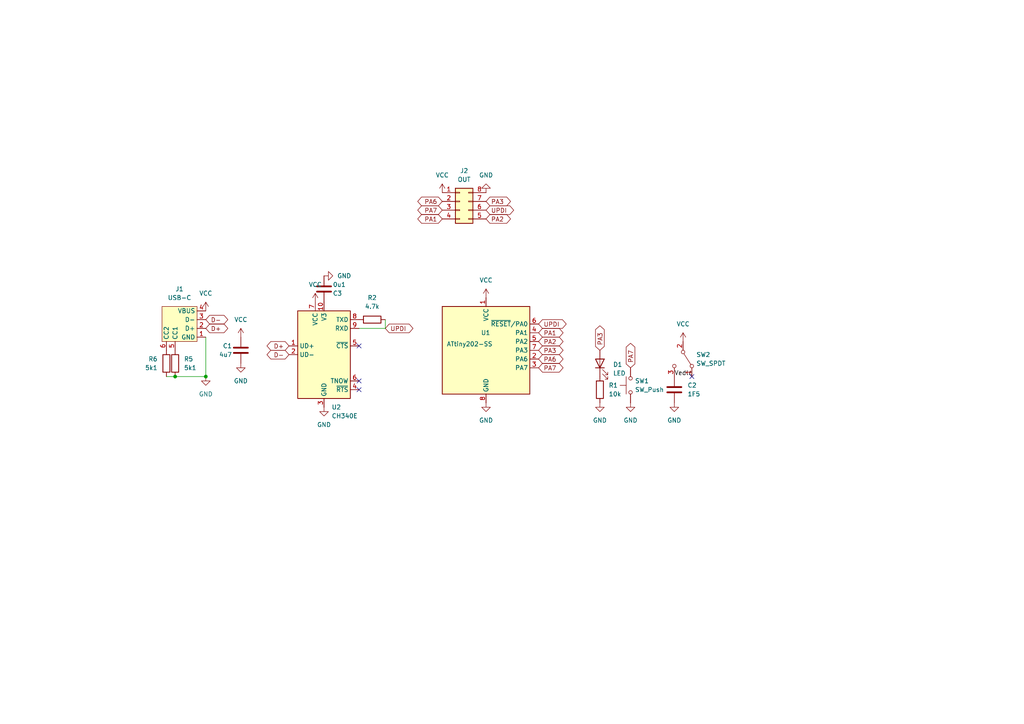
<source format=kicad_sch>
(kicad_sch (version 20231120) (generator "eeschema") (generator_version "8.0")
  (paper "A4")
  (lib_symbols
    (symbol "Connector_Generic:Conn_02x04_Counter_Clockwise" (pin_names (offset 1.016) hide)
      (property "Reference" "J" (at 1.27 5.08 0))
      (property "Value" "Conn_02x04_Counter_Clockwise" (at 1.27 -7.62 0))
      (symbol "Conn_02x04_Counter_Clockwise_1_1"
        (rectangle (start -1.27 -4.953) (end 0 -5.207) (stroke (width 0.1524)))
        (rectangle (start -1.27 -2.413) (end 0 -2.667) (stroke (width 0.1524)))
        (rectangle (start -1.27 0.127) (end 0 -0.127) (stroke (width 0.1524)))
        (rectangle (start -1.27 2.667) (end 0 2.413) (stroke (width 0.1524)))
        (rectangle (start -1.27 3.81) (end 3.81 -6.35) (stroke (width 0.254)) (fill (type background)))
        (rectangle (start 3.81 -4.953) (end 2.54 -5.207) (stroke (width 0.1524)))
        (rectangle (start 3.81 -2.413) (end 2.54 -2.667) (stroke (width 0.1524)))
        (rectangle (start 3.81 0.127) (end 2.54 -0.127) (stroke (width 0.1524)))
        (rectangle (start 3.81 2.667) (end 2.54 2.413) (stroke (width 0.1524)))
        (pin passive line (at -5.08 2.54 0) (length 3.81) (name "Pin_1") (number "1"))
        (pin passive line (at -5.08 0 0) (length 3.81) (name "Pin_2") (number "2"))
        (pin passive line (at -5.08 -2.54 0) (length 3.81) (name "Pin_3") (number "3"))
        (pin passive line (at -5.08 -5.08 0) (length 3.81) (name "Pin_4") (number "4"))
        (pin passive line (at 7.62 -5.08 180) (length 3.81) (name "Pin_5") (number "5"))
        (pin passive line (at 7.62 -2.54 180) (length 3.81) (name "Pin_6") (number "6"))
        (pin passive line (at 7.62 0 180) (length 3.81) (name "Pin_7") (number "7"))
        (pin passive line (at 7.62 2.54 180) (length 3.81) (name "Pin_8") (number "8"))
      )
    )
    (symbol "Device:C" (pin_numbers hide) (pin_names (offset 0.254))
      (property "Reference" "C" (at 0.635 2.54 0))
      (property "Value" "C" (at 0.635 -2.54 0))
      (symbol "C_0_1"
        (polyline (pts (xy -2.032 -0.762) (xy 2.032 -0.762)) (stroke (width 0.508)))
        (polyline (pts (xy -2.032 0.762) (xy 2.032 0.762)) (stroke (width 0.508)))
      )
      (symbol "C_1_1"
        (pin passive line (at 0 3.81 270) (length 2.794) (name "~") (number "1"))
        (pin passive line (at 0 -3.81 90) (length 2.794) (name "~") (number "2"))
      )
    )
    (symbol "Device:LED" (pin_numbers hide) (pin_names (offset 1.016) hide)
      (property "Reference" "D" (at 0 2.54 0))
      (property "Value" "LED" (at 0 -2.54 0))
      (symbol "LED_0_1"
        (polyline (pts (xy -1.27 -1.27) (xy -1.27 1.27)) (stroke (width 0.254)))
        (polyline (pts (xy -1.27 0) (xy 1.27 0)))
        (polyline (pts (xy 1.27 -1.27) (xy 1.27 1.27) (xy -1.27 0) (xy 1.27 -1.27)) (stroke (width 0.254)))
        (polyline (pts (xy -3.048 -0.762) (xy -4.572 -2.286) (xy -3.81 -2.286) (xy -4.572 -2.286) (xy -4.572 -1.524)))
        (polyline (pts (xy -1.778 -0.762) (xy -3.302 -2.286) (xy -2.54 -2.286) (xy -3.302 -2.286) (xy -3.302 -1.524)))
      )
      (symbol "LED_1_1"
        (pin passive line (at -3.81 0 0) (length 2.54) (name "K") (number "1"))
        (pin passive line (at 3.81 0 180) (length 2.54) (name "A") (number "2"))
      )
    )
    (symbol "Device:R" (pin_numbers hide) (pin_names (offset 0))
      (property "Reference" "R" (at 2.032 0 90))
      (property "Value" "R" (at 0 0 90))
      (symbol "R_0_1"
        (rectangle (start -1.016 -2.54) (end 1.016 2.54) (stroke (width 0.254)))
      )
      (symbol "R_1_1"
        (pin passive line (at 0 3.81 270) (length 1.27) (name "~") (number "1"))
        (pin passive line (at 0 -3.81 90) (length 1.27) (name "~") (number "2"))
      )
    )
    (symbol "Interface_USB:CH340E"
      (property "Reference" "U" (at -5.08 13.97 0))
      (property "Value" "CH340E" (at 1.27 13.97 0))
      (symbol "CH340E_0_1"
        (rectangle (start -7.62 12.7) (end 7.62 -12.7) (stroke (width 0.254)) (fill (type background)))
      )
      (symbol "CH340E_1_1"
        (pin bidirectional line (at -10.16 2.54 0) (length 2.54) (name "UD+") (number "1"))
        (pin power_out line (at 0 15.24 270) (length 2.54) (name "V3") (number "10"))
        (pin bidirectional line (at -10.16 0 0) (length 2.54) (name "UD-") (number "2"))
        (pin power_in line (at 0 -15.24 90) (length 2.54) (name "GND") (number "3"))
        (pin output line (at 10.16 -10.16 180) (length 2.54) (name "~{RTS}") (number "4"))
        (pin input line (at 10.16 2.54 180) (length 2.54) (name "~{CTS}") (number "5"))
        (pin output line (at 10.16 -7.62 180) (length 2.54) (name "TNOW") (number "6"))
        (pin power_in line (at -2.54 15.24 270) (length 2.54) (name "VCC") (number "7"))
        (pin output line (at 10.16 10.16 180) (length 2.54) (name "TXD") (number "8"))
        (pin input line (at 10.16 7.62 180) (length 2.54) (name "RXD") (number "9"))
      )
    )
    (symbol "Library:USB-C"
      (property "Reference" "J2" (at 0 6.35 0))
      (property "Value" "USB-C" (at 7.62 0 0))
      (symbol "USB-C_1_1"
        (rectangle (start -5.08 5.08) (end 5.08 -5.08) (fill (type background)))
        (pin power_in line (at 7.62 -3.81 180) (length 2.54) (name "GND") (number "1"))
        (pin bidirectional line (at 7.62 -1.27 180) (length 2.54) (name "D+") (number "2"))
        (pin bidirectional line (at 7.62 1.27 180) (length 2.54) (name "D-") (number "3"))
        (pin power_in line (at 7.62 3.81 180) (length 2.54) (name "VBUS") (number "4"))
        (pin bidirectional line (at -1.27 -7.62 90) (length 2.54) (name "CC1") (number "5"))
        (pin bidirectional line (at -3.81 -7.62 90) (length 2.54) (name "CC2") (number "6"))
      )
    )
    (symbol "MCU_Microchip_ATtiny:ATtiny202-SS"
      (property "Reference" "U" (at -12.7 13.97 0))
      (property "Value" "ATtiny202-SS" (at 2.54 -13.97 0))
      (symbol "ATtiny202-SS_0_1"
        (rectangle (start -12.7 -12.7) (end 12.7 12.7) (stroke (width 0.254)) (fill (type background)))
      )
      (symbol "ATtiny202-SS_1_1"
        (pin power_in line (at 0 15.24 270) (length 2.54) (name "VCC") (number "1"))
        (pin bidirectional line (at 15.24 -2.54 180) (length 2.54) (name "PA6") (number "2"))
        (pin bidirectional line (at 15.24 -5.08 180) (length 2.54) (name "PA7") (number "3"))
        (pin bidirectional line (at 15.24 5.08 180) (length 2.54) (name "PA1") (number "4"))
        (pin bidirectional line (at 15.24 2.54 180) (length 2.54) (name "PA2") (number "5"))
        (pin bidirectional line (at 15.24 7.62 180) (length 2.54) (name "~{RESET}/PA0") (number "6"))
        (pin bidirectional line (at 15.24 0 180) (length 2.54) (name "PA3") (number "7"))
        (pin power_in line (at 0 -15.24 90) (length 2.54) (name "GND") (number "8"))
      )
    )
    (symbol "Switch:SW_Push" (pin_numbers hide) (pin_names (offset 1.016) hide)
      (property "Reference" "SW" (at 1.27 2.54 0))
      (property "Value" "SW_Push" (at 0 -1.524 0))
      (symbol "SW_Push_0_1"
        (circle (center -2.032 0) (radius 0.508))
        (polyline (pts (xy 0 1.27) (xy 0 3.048)))
        (polyline (pts (xy 2.54 1.27) (xy -2.54 1.27)))
        (circle (center 2.032 0) (radius 0.508))
        (pin passive line (at -5.08 0 0) (length 2.54) (name "1") (number "1"))
        (pin passive line (at 5.08 0 180) (length 2.54) (name "2") (number "2"))
      )
    )
    (symbol "Switch:SW_SPDT" (pin_names (offset 0) hide)
      (property "Reference" "SW" (at 0 4.318 0))
      (property "Value" "SW_SPDT" (at 0 -5.08 0))
      (symbol "SW_SPDT_0_0"
        (circle (center -2.032 0) (radius 0.508))
        (circle (center 2.032 -2.54) (radius 0.508))
      )
      (symbol "SW_SPDT_0_1"
        (polyline (pts (xy -1.524 0.254) (xy 1.651 2.286)))
        (circle (center 2.032 2.54) (radius 0.508))
      )
      (symbol "SW_SPDT_1_1"
        (pin passive line (at 5.08 2.54 180) (length 2.54) (name "A") (number "1"))
        (pin passive line (at -5.08 0 0) (length 2.54) (name "B") (number "2"))
        (pin passive line (at 5.08 -2.54 180) (length 2.54) (name "C") (number "3"))
      )
    )
    (symbol "power:GND" (power) (pin_names (offset 0))
      (property "Value" "GND" (at 0 -3.81 0))
      (symbol "GND_0_1"
        (polyline (pts (xy 0 0) (xy 0 -1.27) (xy 1.27 -1.27) (xy 0 -2.54) (xy -1.27 -1.27) (xy 0 -1.27)))
      )
      (symbol "GND_1_1"
        (pin power_in line (at 0 0 270) (length 0) hide (name "GND") (number "1"))
      )
    )
    (symbol "power:VCC" (power) (pin_names (offset 0))
      (property "Value" "VCC" (at 0 3.81 0))
      (symbol "VCC_0_1"
        (polyline (pts (xy -0.762 1.27) (xy 0 2.54)))
        (polyline (pts (xy 0 0) (xy 0 2.54)))
        (polyline (pts (xy 0 2.54) (xy 0.762 1.27)))
      )
      (symbol "VCC_1_1"
        (pin power_in line (at 0 0 90) (length 0) hide (name "VCC") (number "1"))
      )
    )
  )
  (junction (at 59.69 109.22))
  (junction (at 50.8 109.22))
  (no_connect (at 104.14 110.49))
  (no_connect (at 104.14 100.33))
  (no_connect (at 104.14 113.03))
  (no_connect (at 200.66 109.22))
  (wire (pts (xy 50.8 109.22) (xy 59.69 109.22)))
  (wire (pts (xy 48.26 109.22) (xy 50.8 109.22)))
  (wire (pts (xy 104.14 95.25) (xy 111.76 95.25)))
  (wire (pts (xy 59.69 97.79) (xy 59.69 109.22)))
  (wire (pts (xy 111.76 95.25) (xy 111.76 92.71)))
  (label "Vedlc" (at 195.58 109.22 0))
  (global_label "PA3" (shape bidirectional) (at 156.21 101.6 0) (property "Intersheetrefs" "${INTERSHEET_REFS}" (effects (hide yes))))
  (global_label "UPDI" (shape bidirectional) (at 156.21 93.98 0) (property "Intersheetrefs" "${INTERSHEET_REFS}" (effects (hide yes))))
  (global_label "UPDI" (shape bidirectional) (at 111.76 95.25 0) (property "Intersheetrefs" "${INTERSHEET_REFS}" (effects (hide yes))))
  (global_label "D+" (shape bidirectional) (at 59.69 95.25 0) (property "Intersheetrefs" "${INTERSHEET_REFS}" (effects (hide yes))))
  (global_label "D-" (shape bidirectional) (at 59.69 92.71 0) (property "Intersheetrefs" "${INTERSHEET_REFS}" (effects (hide yes))))
  (global_label "PA7" (shape bidirectional) (at 182.88 106.68 90) (property "Intersheetrefs" "${INTERSHEET_REFS}" (effects (hide yes))))
  (global_label "PA7" (shape bidirectional) (at 128.27 60.96 180) (property "Intersheetrefs" "${INTERSHEET_REFS}" (effects (hide yes))))
  (global_label "D-" (shape bidirectional) (at 83.82 102.87 180) (property "Intersheetrefs" "${INTERSHEET_REFS}" (effects (hide yes))))
  (global_label "D+" (shape bidirectional) (at 83.82 100.33 180) (property "Intersheetrefs" "${INTERSHEET_REFS}" (effects (hide yes))))
  (global_label "UPDI" (shape bidirectional) (at 140.97 60.96 0) (property "Intersheetrefs" "${INTERSHEET_REFS}" (effects (hide yes))))
  (global_label "PA3" (shape bidirectional) (at 173.99 101.6 90) (property "Intersheetrefs" "${INTERSHEET_REFS}" (effects (hide yes))))
  (global_label "PA3" (shape bidirectional) (at 140.97 58.42 0) (property "Intersheetrefs" "${INTERSHEET_REFS}" (effects (hide yes))))
  (global_label "PA2" (shape bidirectional) (at 156.21 99.06 0) (property "Intersheetrefs" "${INTERSHEET_REFS}" (effects (hide yes))))
  (global_label "PA1" (shape bidirectional) (at 156.21 96.52 0) (property "Intersheetrefs" "${INTERSHEET_REFS}" (effects (hide yes))))
  (global_label "PA2" (shape bidirectional) (at 140.97 63.5 0) (property "Intersheetrefs" "${INTERSHEET_REFS}" (effects (hide yes))))
  (global_label "PA7" (shape bidirectional) (at 156.21 106.68 0) (property "Intersheetrefs" "${INTERSHEET_REFS}" (effects (hide yes))))
  (global_label "PA6" (shape bidirectional) (at 156.21 104.14 0) (property "Intersheetrefs" "${INTERSHEET_REFS}" (effects (hide yes))))
  (global_label "PA6" (shape bidirectional) (at 128.27 58.42 180) (property "Intersheetrefs" "${INTERSHEET_REFS}" (effects (hide yes))))
  (global_label "PA1" (shape bidirectional) (at 128.27 63.5 180) (property "Intersheetrefs" "${INTERSHEET_REFS}" (effects (hide yes))))
  (symbol (lib_id "Device:C") (at 69.85 101.6 0) (unit 1)
    (property "Reference" "C1" (at 67.31 100.33 0) (effects (justify right)))
    (property "Value" "4u7" (at 67.31 102.87 0) (effects (justify right)))
    (property "Footprint" "Capacitor_SMD:C_0603_1608Metric" (effects (hide yes)))
  )
  (symbol (lib_id "Device:R") (at 107.95 92.71 90) (unit 1)
    (property "Reference" "R2" (at 107.95 86.36 90))
    (property "Value" "4.7k" (at 107.95 88.9 90))
    (property "Footprint" "Resistor_SMD:R_0603_1608Metric" (effects (hide yes)))
    (property "Description" "Resistor" (effects (hide yes)))
  )
  (symbol (lib_id "power:GND") (at 93.98 80.01 90) (unit 1)
    (property "Reference" "#PWR07" (effects (hide yes)))
    (property "Value" "GND" (at 97.79 80.0099 90) (effects (justify right)))
  )
  (symbol (lib_id "power:GND") (at 195.58 116.84 0) (unit 1)
    (property "Reference" "#PWR014" (effects (hide yes)))
    (property "Value" "GND" (at 195.58 121.92 0))
  )
  (symbol (lib_id "Device:R") (at 173.99 113.03 0) (unit 1)
    (property "Reference" "R1" (at 176.53 111.76 0) (effects (justify left)))
    (property "Value" "10k" (at 176.53 114.3 0) (effects (justify left)))
    (property "Footprint" "Resistor_SMD:R_0603_1608Metric" (effects (hide yes)))
  )
  (symbol (lib_id "MCU_Microchip_ATtiny:ATtiny202-SS") (at 140.97 101.6 0) (unit 1)
    (property "Reference" "U1" (at 142.24 96.52 0) (effects (justify right)))
    (property "Value" "ATtiny202-SS" (at 129.54 99.06 0) (effects (justify left top)))
    (property "Footprint" "Package_SO:SOIC-8_3.9x4.9mm_P1.27mm" (effects (hide yes)))
    (property "Datasheet" "http://ww1.microchip.com/downloads/en/DeviceDoc/ATtiny202-402-AVR-MCU-with-Core-Independent-Peripherals_and-picoPower-40001969A.pdf" (effects (hide yes)))
  )
  (symbol (lib_id "Device:LED") (at 173.99 105.41 90) (unit 1)
    (property "Reference" "D1" (at 177.8 105.7275 90) (effects (justify right)))
    (property "Value" "LED" (at 177.8 108.2675 90) (effects (justify right)))
    (property "Footprint" "LED_SMD:LED_0603_1608Metric" (effects (hide yes)))
  )
  (symbol (lib_id "power:GND") (at 93.98 118.11 0) (unit 1)
    (property "Reference" "#PWR08" (effects (hide yes)))
    (property "Value" "GND" (at 93.98 123.19 0))
  )
  (symbol (lib_id "Switch:SW_SPDT") (at 198.12 104.14 270) (unit 1)
    (property "Reference" "SW2" (at 201.93 102.8699 90) (effects (justify left)))
    (property "Value" "SW_SPDT" (at 201.93 105.4099 90) (effects (justify left)))
    (property "Footprint" "Library:sw" (effects (hide yes)))
  )
  (symbol (lib_id "Interface_USB:CH340E") (at 93.98 102.87 0) (unit 1)
    (property "Reference" "U2" (at 96.1741 118.11 0) (effects (justify left)))
    (property "Value" "CH340E" (at 96.1741 120.65 0) (effects (justify left)))
    (property "Footprint" "Package_SO:MSOP-10_3x3mm_P0.5mm" (effects (hide yes)))
    (property "Datasheet" "https://www.mpja.com/download/35227cpdata.pdf" (effects (hide yes)))
    (property "Description" "USB serial converter, UART, MSOP-10" (effects (hide yes)))
  )
  (symbol (lib_id "power:GND") (at 69.85 105.41 0) (unit 1)
    (property "Reference" "#PWR06" (effects (hide yes)))
    (property "Value" "GND" (at 69.85 110.49 0))
  )
  (symbol (lib_id "power:VCC") (at 59.69 90.17 0) (unit 1)
    (property "Reference" "#PWR03" (effects (hide yes)))
    (property "Value" "VCC" (at 59.69 85.09 0))
  )
  (symbol (lib_id "power:VCC") (at 91.44 87.63 0) (unit 1)
    (property "Reference" "#PWR05" (effects (hide yes)))
    (property "Value" "VCC" (at 91.44 82.55 0))
  )
  (symbol (lib_id "Device:C") (at 93.98 83.82 180) (unit 1)
    (property "Reference" "C3" (at 96.52 85.09 0) (effects (justify right)))
    (property "Value" "0u1" (at 96.52 82.55 0) (effects (justify right)))
    (property "Footprint" "Capacitor_SMD:C_0603_1608Metric" (effects (hide yes)))
  )
  (symbol (lib_id "power:GND") (at 173.99 116.84 0) (unit 1)
    (property "Reference" "#PWR012" (effects (hide yes)))
    (property "Value" "GND" (at 173.99 121.92 0))
  )
  (symbol (lib_id "power:GND") (at 59.69 109.22 0) (unit 1)
    (property "Reference" "#PWR01" (effects (hide yes)))
    (property "Value" "GND" (at 59.69 114.3 0))
  )
  (symbol (lib_id "Device:C") (at 195.58 113.03 0) (unit 1)
    (property "Reference" "C2" (at 199.39 111.76 0) (effects (justify left)))
    (property "Value" "1F5" (at 199.39 114.3 0) (effects (justify left)))
    (property "Footprint" "Library:edlc" (effects (hide yes)))
  )
  (symbol (lib_id "power:GND") (at 140.97 116.84 0) (unit 1)
    (property "Reference" "#PWR011" (effects (hide yes)))
    (property "Value" "GND" (at 140.97 121.92 0))
  )
  (symbol (lib_id "Device:R") (at 48.26 105.41 0) (unit 1)
    (property "Reference" "R6" (at 45.72 104.14 0) (effects (justify right)))
    (property "Value" "5k1" (at 45.72 106.68 0) (effects (justify right)))
    (property "Footprint" "Resistor_SMD:R_0603_1608Metric" (effects (hide yes)))
  )
  (symbol (lib_id "power:VCC") (at 140.97 86.36 0) (unit 1)
    (property "Reference" "#PWR09" (effects (hide yes)))
    (property "Value" "VCC" (at 140.97 81.28 0))
  )
  (symbol (lib_id "Switch:SW_Push") (at 182.88 111.76 90) (unit 1)
    (property "Reference" "SW1" (at 184.15 110.49 90) (effects (justify right)))
    (property "Value" "SW_Push" (at 184.15 113.03 90) (effects (justify right)))
    (property "Footprint" "Library:alps-skrp" (effects (hide yes)))
  )
  (symbol (lib_id "Library:USB-C") (at 52.07 93.98 0) (unit 1)
    (property "Reference" "J1" (at 52.07 83.82 0))
    (property "Value" "USB-C" (at 52.07 86.36 0))
    (property "Footprint" "Library:USB-C" (effects (hide yes)))
  )
  (symbol (lib_id "power:GND") (at 140.97 55.88 180) (unit 1)
    (property "Reference" "#PWR04" (effects (hide yes)))
    (property "Value" "GND" (at 140.97 50.8 0))
  )
  (symbol (lib_id "power:GND") (at 182.88 116.84 0) (unit 1)
    (property "Reference" "#PWR013" (effects (hide yes)))
    (property "Value" "GND" (at 182.88 121.92 0))
  )
  (symbol (lib_id "power:VCC") (at 198.12 99.06 0) (unit 1)
    (property "Reference" "#PWR015" (effects (hide yes)))
    (property "Value" "VCC" (at 198.12 93.98 0))
  )
  (symbol (lib_id "power:VCC") (at 69.85 97.79 0) (unit 1)
    (property "Reference" "#PWR010" (effects (hide yes)))
    (property "Value" "VCC" (at 69.85 92.71 0))
  )
  (symbol (lib_id "Device:R") (at 50.8 105.41 0) (unit 1)
    (property "Reference" "R5" (at 53.34 104.14 0) (effects (justify left)))
    (property "Value" "5k1" (at 53.34 106.68 0) (effects (justify left)))
    (property "Footprint" "Resistor_SMD:R_0603_1608Metric" (effects (hide yes)))
  )
  (symbol (lib_id "power:VCC") (at 128.27 55.88 0) (unit 1)
    (property "Reference" "#PWR02" (effects (hide yes)))
    (property "Value" "VCC" (at 128.27 50.8 0))
  )
  (symbol (lib_id "Connector_Generic:Conn_02x04_Counter_Clockwise") (at 133.35 58.42 0) (unit 1)
    (property "Reference" "J2" (at 134.62 49.53 0))
    (property "Value" "OUT" (at 134.62 52.07 0))
    (property "Footprint" "Package_DIP:DIP-8_W7.62mm_Socket" (effects (hide yes)))
  )
)
</source>
